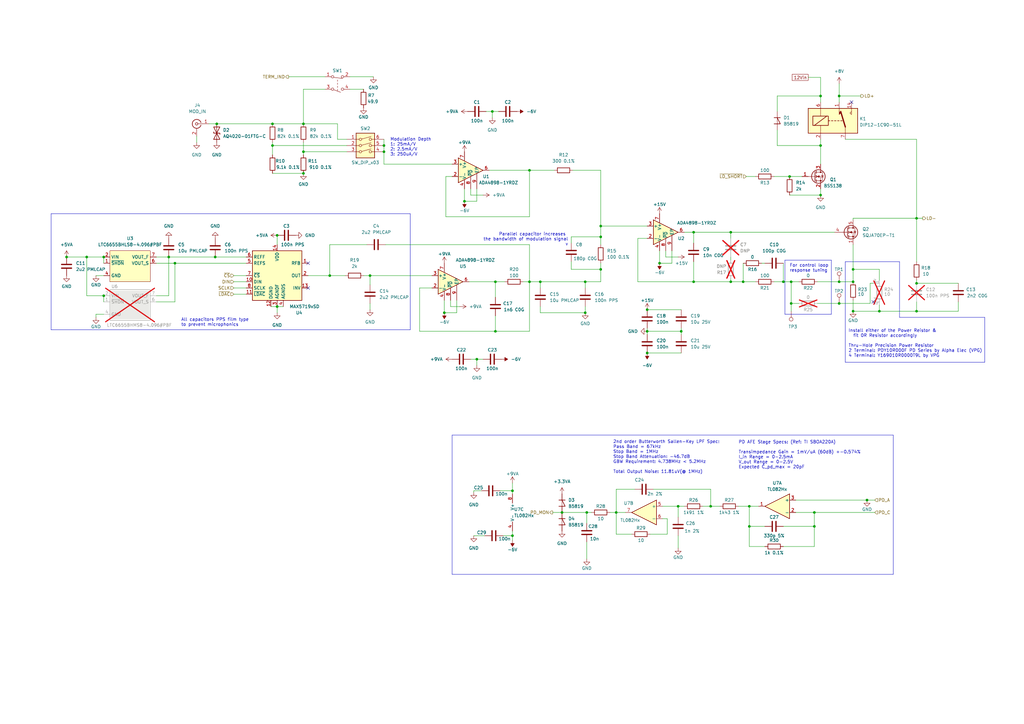
<source format=kicad_sch>
(kicad_sch (version 20230121) (generator eeschema)
  (paper "A3")
  (title_block (title "driveStage") (date "2023-11-27") (rev "r0_3") (company "M-Labs Limited") (comment 1 "Linus Woo Chun Kit"))
  (junction (at 270.51 107.95))
  (junction (at 124.46 71.12))
  (junction (at 217.17 69.85))
  (junction (at 265.43 135.89))
  (junction (at 203.2 115.57))
  (junction (at 324.485 124.46))
  (junction (at 113.665 96.52))
  (junction (at 360.68 127.635))
  (junction (at 375.92 89.535))
  (junction (at 334.01 210.185))
  (junction (at 210.185 201.295))
  (junction (at 88.9 50.8))
  (junction (at 201.93 45.72))
  (junction (at 240.03 115.57))
  (junction (at 344.17 115.57))
  (junction (at 195.58 147.32))
  (junction (at 299.72 115.57))
  (junction (at 265.43 127))
  (junction (at 252.73 210.185))
  (junction (at 349.885 115.57))
  (junction (at 182.245 128.27))
  (junction (at 124.46 50.8))
  (junction (at 336.55 39.37))
  (junction (at 355.6 205.105))
  (junction (at 217.17 115.57))
  (junction (at 307.34 207.645))
  (junction (at 221.615 115.57))
  (junction (at 334.01 215.9))
  (junction (at 190.5 82.55))
  (junction (at 324.485 115.57))
  (junction (at 35.56 105.41))
  (junction (at 42.545 121.285))
  (junction (at 69.215 105.41))
  (junction (at 135.255 113.03))
  (junction (at 336.55 80.01))
  (junction (at 349.885 110.49))
  (junction (at 299.72 95.25))
  (junction (at 284.48 95.25))
  (junction (at 111.76 50.8))
  (junction (at 157.48 62.23))
  (junction (at 88.265 105.41))
  (junction (at 151.765 113.03))
  (junction (at 279.4 135.89))
  (junction (at 210.185 219.71))
  (junction (at 246.38 110.49))
  (junction (at 246.38 92.71))
  (junction (at 42.545 105.41))
  (junction (at 71.755 107.95))
  (junction (at 349.885 127.635))
  (junction (at 265.43 144.78))
  (junction (at 291.465 207.645))
  (junction (at 278.13 207.645))
  (junction (at 240.03 128.27))
  (junction (at 111.76 59.69))
  (junction (at 307.34 215.9))
  (junction (at 336.55 59.69))
  (junction (at 246.38 97.155))
  (junction (at 344.17 39.37))
  (junction (at 230.505 210.185))
  (junction (at 304.8 115.57))
  (junction (at 203.2 135.89))
  (junction (at 124.46 62.23))
  (junction (at 113.665 125.73))
  (junction (at 375.92 127.635))
  (junction (at 157.48 59.69))
  (junction (at 344.17 124.46))
  (junction (at 375.92 116.205))
  (junction (at 240.665 210.185))
  (junction (at 284.48 115.57))
  (junction (at 27.305 105.41))
  (junction (at 323.85 72.39))
  (junction (at 321.31 115.57))
  (no_connect (at 358.14 123.825))
  (no_connect (at 349.25 41.91))
  (no_connect (at 126.365 118.11))
  (no_connect (at 126.365 107.95))
  (wire (pts (xy 151.765 124.46) (xy 151.765 127)))
  (wire (pts (xy 95.885 113.03) (xy 100.965 113.03)))
  (wire (pts (xy 360.68 114.935) (xy 360.68 110.49)))
  (wire (pts (xy 42.545 105.41) (xy 42.545 107.95)))
  (wire (pts (xy 323.85 72.39) (xy 328.93 72.39)))
  (wire (pts (xy 217.17 115.57) (xy 221.615 115.57)))
  (wire (pts (xy 259.08 219.075) (xy 252.73 219.075)))
  (wire (pts (xy 360.68 110.49) (xy 349.885 110.49)))
  (wire (pts (xy 111.76 71.12) (xy 124.46 71.12)))
  (wire (pts (xy 335.28 124.46) (xy 344.17 124.46)))
  (wire (pts (xy 334.01 210.185) (xy 358.775 210.185)))
  (wire (pts (xy 313.69 224.155) (xy 307.34 224.155)))
  (wire (pts (xy 234.315 107.315) (xy 234.315 110.49)))
  (wire (pts (xy 318.77 59.69) (xy 336.55 59.69)))
  (wire (pts (xy 324.485 127.635) (xy 324.485 124.46)))
  (wire (pts (xy 271.78 212.725) (xy 273.685 212.725)))
  (wire (pts (xy 240.03 115.57) (xy 246.38 115.57)))
  (wire (pts (xy 265.43 135.89) (xy 265.43 137.16)))
  (wire (pts (xy 349.885 90.17) (xy 349.885 89.535)))
  (wire (pts (xy 210.185 219.71) (xy 210.185 221.615)))
  (wire (pts (xy 42.545 121.285) (xy 35.56 121.285)))
  (wire (pts (xy 331.47 31.75) (xy 336.55 31.75)))
  (wire (pts (xy 240.665 210.185) (xy 242.57 210.185)))
  (wire (pts (xy 158.115 100.33) (xy 217.17 100.33)))
  (wire (pts (xy 138.43 57.15) (xy 142.24 57.15)))
  (wire (pts (xy 288.29 207.645) (xy 291.465 207.645)))
  (wire (pts (xy 80.645 58.42) (xy 80.645 55.88)))
  (wire (pts (xy 240.03 118.11) (xy 240.03 115.57)))
  (wire (pts (xy 284.48 95.25) (xy 284.48 99.695)))
  (wire (pts (xy 280.67 95.25) (xy 284.48 95.25)))
  (wire (pts (xy 184.785 125.73) (xy 188.595 125.73)))
  (wire (pts (xy 336.55 31.75) (xy 336.55 39.37)))
  (wire (pts (xy 349.885 127.635) (xy 349.885 123.19)))
  (wire (pts (xy 124.46 58.42) (xy 124.46 62.23)))
  (wire (pts (xy 246.38 107.95) (xy 246.38 110.49)))
  (wire (pts (xy 375.92 114.935) (xy 375.92 116.205)))
  (wire (pts (xy 299.72 95.25) (xy 342.265 95.25)))
  (wire (pts (xy 85.725 50.8) (xy 88.9 50.8)))
  (polyline (pts (xy 321.945 128.905) (xy 340.995 128.905)))
  (wire (pts (xy 95.885 118.11) (xy 100.965 118.11)))
  (wire (pts (xy 234.315 110.49) (xy 246.38 110.49)))
  (wire (pts (xy 349.885 110.49) (xy 349.885 115.57)))
  (wire (pts (xy 252.73 200.66) (xy 252.73 210.185)))
  (wire (pts (xy 35.56 105.41) (xy 42.545 105.41)))
  (wire (pts (xy 157.48 59.69) (xy 157.48 62.23)))
  (wire (pts (xy 206.375 219.71) (xy 210.185 219.71)))
  (wire (pts (xy 273.05 105.41) (xy 278.13 105.41)))
  (wire (pts (xy 234.315 97.155) (xy 246.38 97.155)))
  (polyline (pts (xy 321.945 106.68) (xy 340.995 106.68)))
  (wire (pts (xy 318.77 53.34) (xy 318.77 59.69)))
  (wire (pts (xy 157.48 57.15) (xy 157.48 59.69)))
  (wire (pts (xy 299.72 105.41) (xy 299.72 106.68)))
  (wire (pts (xy 95.885 115.57) (xy 100.965 115.57)))
  (wire (pts (xy 356.87 116.205) (xy 358.14 116.205)))
  (wire (pts (xy 111.76 58.42) (xy 111.76 59.69)))
  (wire (pts (xy 200.66 69.85) (xy 217.17 69.85)))
  (polyline (pts (xy 346.71 107.315) (xy 346.71 148.59)))
  (wire (pts (xy 201.93 45.72) (xy 201.93 48.26)))
  (wire (pts (xy 326.39 210.185) (xy 334.01 210.185)))
  (wire (pts (xy 306.07 72.39) (xy 309.88 72.39)))
  (wire (pts (xy 221.615 115.57) (xy 240.03 115.57)))
  (wire (pts (xy 267.97 200.66) (xy 291.465 200.66)))
  (wire (pts (xy 349.885 127.635) (xy 360.68 127.635)))
  (wire (pts (xy 217.17 88.9) (xy 217.17 69.85)))
  (wire (pts (xy 39.37 113.03) (xy 42.545 113.03)))
  (wire (pts (xy 210.185 198.12) (xy 210.185 201.295)))
  (wire (pts (xy 252.73 210.185) (xy 256.54 210.185)))
  (wire (pts (xy 138.43 50.8) (xy 138.43 57.15)))
  (wire (pts (xy 151.765 113.03) (xy 177.165 113.03)))
  (wire (pts (xy 157.48 62.23) (xy 157.48 67.31)))
  (wire (pts (xy 203.2 135.89) (xy 217.17 135.89)))
  (wire (pts (xy 149.225 113.03) (xy 151.765 113.03)))
  (wire (pts (xy 349.885 100.33) (xy 349.885 110.49)))
  (wire (pts (xy 299.72 95.25) (xy 299.72 97.79)))
  (wire (pts (xy 217.17 135.89) (xy 217.17 115.57)))
  (wire (pts (xy 375.92 89.535) (xy 349.885 89.535)))
  (wire (pts (xy 240.03 128.27) (xy 240.03 125.73)))
  (wire (pts (xy 64.135 107.95) (xy 71.755 107.95)))
  (wire (pts (xy 360.68 125.095) (xy 360.68 127.635)))
  (wire (pts (xy 336.55 57.15) (xy 336.55 59.69)))
  (wire (pts (xy 124.46 62.23) (xy 142.24 62.23)))
  (wire (pts (xy 214.63 115.57) (xy 217.17 115.57)))
  (wire (pts (xy 278.13 212.09) (xy 278.13 207.645)))
  (wire (pts (xy 279.4 135.89) (xy 265.43 135.89)))
  (wire (pts (xy 375.92 127.635) (xy 375.92 123.825)))
  (wire (pts (xy 201.93 45.72) (xy 204.47 45.72)))
  (wire (pts (xy 324.485 115.57) (xy 324.485 124.46)))
  (wire (pts (xy 172.085 118.11) (xy 172.085 135.89)))
  (wire (pts (xy 307.34 215.9) (xy 307.34 224.155)))
  (wire (pts (xy 195.58 82.55) (xy 195.58 77.47)))
  (wire (pts (xy 190.5 77.47) (xy 190.5 82.55)))
  (wire (pts (xy 187.325 128.27) (xy 187.325 123.19)))
  (wire (pts (xy 291.465 200.66) (xy 291.465 207.645)))
  (wire (pts (xy 135.255 100.33) (xy 135.255 113.03)))
  (wire (pts (xy 39.37 128.905) (xy 39.37 130.175)))
  (wire (pts (xy 150.495 100.33) (xy 135.255 100.33)))
  (polyline (pts (xy 20.955 87.63) (xy 168.275 87.63)))
  (wire (pts (xy 284.48 115.57) (xy 261.62 115.57)))
  (wire (pts (xy 266.7 219.075) (xy 273.685 219.075)))
  (wire (pts (xy 271.78 207.645) (xy 278.13 207.645)))
  (wire (pts (xy 71.755 107.95) (xy 100.965 107.95)))
  (wire (pts (xy 195.58 147.32) (xy 198.12 147.32)))
  (wire (pts (xy 88.9 50.8) (xy 111.76 50.8)))
  (wire (pts (xy 246.38 97.155) (xy 246.38 100.33)))
  (wire (pts (xy 304.8 107.95) (xy 304.8 115.57)))
  (wire (pts (xy 193.04 77.47) (xy 193.04 80.01)))
  (wire (pts (xy 111.76 50.8) (xy 124.46 50.8)))
  (polyline (pts (xy 368.935 130.175) (xy 368.935 107.315)))
  (wire (pts (xy 336.55 39.37) (xy 336.55 41.91)))
  (wire (pts (xy 190.5 82.55) (xy 195.58 82.55)))
  (wire (pts (xy 193.04 147.32) (xy 195.58 147.32)))
  (wire (pts (xy 326.39 205.105) (xy 355.6 205.105)))
  (wire (pts (xy 321.31 115.57) (xy 324.485 115.57)))
  (wire (pts (xy 240.665 222.25) (xy 240.665 229.235)))
  (wire (pts (xy 246.38 69.85) (xy 246.38 92.71)))
  (wire (pts (xy 270.51 107.95) (xy 275.59 107.95)))
  (wire (pts (xy 199.39 45.72) (xy 201.93 45.72)))
  (wire (pts (xy 344.17 39.37) (xy 344.17 41.91)))
  (wire (pts (xy 185.42 72.39) (xy 182.88 72.39)))
  (wire (pts (xy 35.56 121.285) (xy 35.56 105.41)))
  (wire (pts (xy 230.505 210.185) (xy 240.665 210.185)))
  (polyline (pts (xy 340.995 128.905) (xy 340.995 106.68)))
  (wire (pts (xy 143.51 31.496) (xy 153.162 31.496)))
  (wire (pts (xy 172.085 135.89) (xy 203.2 135.89)))
  (wire (pts (xy 184.785 123.19) (xy 184.785 125.73)))
  (wire (pts (xy 126.365 113.03) (xy 135.255 113.03)))
  (wire (pts (xy 393.065 127.635) (xy 393.065 123.825)))
  (wire (pts (xy 324.485 115.57) (xy 327.66 115.57)))
  (wire (pts (xy 124.46 36.576) (xy 124.46 50.8)))
  (wire (pts (xy 291.465 207.645) (xy 295.275 207.645)))
  (wire (pts (xy 317.5 115.57) (xy 321.31 115.57)))
  (wire (pts (xy 375.92 57.15) (xy 346.71 57.15)))
  (wire (pts (xy 250.19 210.185) (xy 252.73 210.185)))
  (wire (pts (xy 334.01 210.185) (xy 334.01 215.9)))
  (wire (pts (xy 143.51 36.576) (xy 149.098 36.576)))
  (wire (pts (xy 42.545 128.905) (xy 39.37 128.905)))
  (wire (pts (xy 234.95 69.85) (xy 246.38 69.85)))
  (wire (pts (xy 360.68 127.635) (xy 375.92 127.635)))
  (wire (pts (xy 344.17 115.57) (xy 349.885 115.57)))
  (wire (pts (xy 278.13 224.79) (xy 278.13 219.71)))
  (wire (pts (xy 27.305 105.41) (xy 35.56 105.41)))
  (wire (pts (xy 64.135 121.285) (xy 69.215 121.285)))
  (wire (pts (xy 378.46 89.535) (xy 375.92 89.535)))
  (wire (pts (xy 318.77 39.37) (xy 336.55 39.37)))
  (wire (pts (xy 302.895 207.645) (xy 307.34 207.645)))
  (wire (pts (xy 182.245 128.27) (xy 187.325 128.27)))
  (wire (pts (xy 124.46 62.23) (xy 124.46 63.5)))
  (wire (pts (xy 284.48 95.25) (xy 299.72 95.25)))
  (wire (pts (xy 270.51 102.87) (xy 270.51 107.95)))
  (polyline (pts (xy 20.955 87.63) (xy 20.955 135.255)))
  (wire (pts (xy 111.76 59.69) (xy 142.24 59.69)))
  (wire (pts (xy 375.92 116.205) (xy 393.065 116.205)))
  (wire (pts (xy 252.73 210.185) (xy 252.73 219.075)))
  (wire (pts (xy 261.62 115.57) (xy 261.62 97.79)))
  (wire (pts (xy 113.665 96.52) (xy 113.665 100.33)))
  (wire (pts (xy 273.685 212.725) (xy 273.685 219.075)))
  (wire (pts (xy 273.05 102.87) (xy 273.05 105.41)))
  (wire (pts (xy 157.48 67.31) (xy 185.42 67.31)))
  (wire (pts (xy 226.695 210.185) (xy 230.505 210.185)))
  (polyline (pts (xy 403.86 130.175) (xy 368.935 130.175)))
  (polyline (pts (xy 321.945 106.68) (xy 321.945 128.905)))
  (wire (pts (xy 217.17 69.85) (xy 227.33 69.85)))
  (wire (pts (xy 336.55 59.69) (xy 336.55 67.31)))
  (wire (pts (xy 321.31 224.155) (xy 334.01 224.155)))
  (wire (pts (xy 304.8 115.57) (xy 309.88 115.57)))
  (wire (pts (xy 194.31 201.93) (xy 194.31 201.295)))
  (wire (pts (xy 344.17 39.37) (xy 353.06 39.37)))
  (wire (pts (xy 284.48 115.57) (xy 299.72 115.57)))
  (wire (pts (xy 42.545 121.285) (xy 42.545 123.825)))
  (wire (pts (xy 64.135 123.825) (xy 71.755 123.825)))
  (wire (pts (xy 307.34 207.645) (xy 311.15 207.645)))
  (wire (pts (xy 182.88 88.9) (xy 217.17 88.9)))
  (wire (pts (xy 111.125 125.73) (xy 113.665 125.73)))
  (wire (pts (xy 246.38 92.71) (xy 265.43 92.71)))
  (wire (pts (xy 375.92 89.535) (xy 375.92 107.315)))
  (wire (pts (xy 95.885 120.65) (xy 100.965 120.65)))
  (wire (pts (xy 318.77 45.72) (xy 318.77 39.37)))
  (wire (pts (xy 135.255 113.03) (xy 141.605 113.03)))
  (wire (pts (xy 356.87 116.205) (xy 356.87 124.46)))
  (wire (pts (xy 375.92 127.635) (xy 393.065 127.635)))
  (wire (pts (xy 193.04 80.01) (xy 198.12 80.01)))
  (wire (pts (xy 246.38 92.71) (xy 246.38 97.155)))
  (polyline (pts (xy 20.955 135.255) (xy 168.275 135.255)))
  (wire (pts (xy 210.185 201.295) (xy 210.185 202.565)))
  (wire (pts (xy 194.31 201.295) (xy 197.485 201.295)))
  (wire (pts (xy 221.615 125.73) (xy 221.615 128.27)))
  (wire (pts (xy 299.72 114.3) (xy 299.72 115.57)))
  (wire (pts (xy 375.92 57.15) (xy 375.92 89.535)))
  (wire (pts (xy 71.755 123.825) (xy 71.755 107.95)))
  (wire (pts (xy 182.245 123.19) (xy 182.245 128.27)))
  (wire (pts (xy 221.615 118.11) (xy 221.615 115.57)))
  (wire (pts (xy 133.35 36.576) (xy 124.46 36.576)))
  (wire (pts (xy 321.31 107.95) (xy 321.31 115.57)))
  (wire (pts (xy 203.2 129.54) (xy 203.2 135.89)))
  (wire (pts (xy 205.105 201.295) (xy 210.185 201.295)))
  (wire (pts (xy 279.4 134.62) (xy 279.4 135.89)))
  (wire (pts (xy 69.215 105.41) (xy 88.265 105.41)))
  (wire (pts (xy 344.17 34.29) (xy 344.17 39.37)))
  (wire (pts (xy 312.42 107.95) (xy 313.69 107.95)))
  (wire (pts (xy 246.38 110.49) (xy 246.38 115.57)))
  (wire (pts (xy 69.215 121.285) (xy 69.215 105.41)))
  (wire (pts (xy 324.485 124.46) (xy 327.66 124.46)))
  (wire (pts (xy 323.85 80.01) (xy 336.55 80.01)))
  (wire (pts (xy 111.76 59.69) (xy 111.76 63.5)))
  (wire (pts (xy 335.28 115.57) (xy 344.17 115.57)))
  (wire (pts (xy 113.665 125.73) (xy 113.665 128.27)))
  (wire (pts (xy 217.17 100.33) (xy 217.17 115.57)))
  (wire (pts (xy 279.4 135.89) (xy 279.4 137.16)))
  (wire (pts (xy 210.185 217.805) (xy 210.185 219.71)))
  (wire (pts (xy 151.765 113.03) (xy 151.765 116.84)))
  (wire (pts (xy 124.46 50.8) (xy 138.43 50.8)))
  (wire (pts (xy 355.6 205.105) (xy 358.775 205.105)))
  (wire (pts (xy 203.2 115.57) (xy 207.01 115.57)))
  (wire (pts (xy 240.665 214.63) (xy 240.665 210.185)))
  (wire (pts (xy 336.55 77.47) (xy 336.55 80.01)))
  (wire (pts (xy 321.31 215.9) (xy 334.01 215.9)))
  (wire (pts (xy 307.34 207.645) (xy 307.34 215.9)))
  (wire (pts (xy 317.5 72.39) (xy 323.85 72.39)))
  (wire (pts (xy 177.165 118.11) (xy 172.085 118.11)))
  (wire (pts (xy 194.31 219.71) (xy 198.755 219.71)))
  (wire (pts (xy 265.43 134.62) (xy 265.43 135.89)))
  (wire (pts (xy 221.615 128.27) (xy 240.03 128.27)))
  (wire (pts (xy 265.43 127) (xy 279.4 127)))
  (wire (pts (xy 260.35 200.66) (xy 252.73 200.66)))
  (polyline (pts (xy 346.71 148.59) (xy 403.86 148.59)))
  (wire (pts (xy 203.2 115.57) (xy 203.2 121.92)))
  (wire (pts (xy 265.43 144.78) (xy 279.4 144.78)))
  (wire (pts (xy 278.13 207.645) (xy 280.67 207.645)))
  (wire (pts (xy 192.405 115.57) (xy 203.2 115.57)))
  (wire (pts (xy 64.135 105.41) (xy 69.215 105.41)))
  (wire (pts (xy 344.17 124.46) (xy 356.87 124.46)))
  (wire (pts (xy 118.364 31.496) (xy 133.35 31.496)))
  (wire (pts (xy 275.59 107.95) (xy 275.59 102.87)))
  (wire (pts (xy 284.48 107.315) (xy 284.48 115.57)))
  (wire (pts (xy 195.58 147.32) (xy 195.58 149.86)))
  (wire (pts (xy 299.72 115.57) (xy 304.8 115.57)))
  (polyline (pts (xy 168.275 135.255) (xy 168.275 87.63)))
  (wire (pts (xy 88.265 105.41) (xy 100.965 105.41)))
  (polyline (pts (xy 403.86 148.59) (xy 403.86 130.175)))
  (wire (pts (xy 234.315 99.695) (xy 234.315 97.155)))
  (polyline (pts (xy 346.71 107.315) (xy 368.935 107.315)))
  (wire (pts (xy 113.665 125.73) (xy 116.205 125.73)))
  (wire (pts (xy 182.88 72.39) (xy 182.88 88.9)))
  (wire (pts (xy 261.62 97.79) (xy 265.43 97.79)))
  (wire (pts (xy 334.01 215.9) (xy 334.01 224.155)))
  (wire (pts (xy 313.69 215.9) (xy 307.34 215.9)))
  (rectangle (start 185.42 178.435) (end 366.395 235.585))
  (text "All capacitors PPS film type\nto prevent microphonics " (at 74.295 133.985 0) (effects (font (size 1.27 1.27)) (justify left bottom)))
  (text "For control loop\nresponse tuning" (at 323.85 111.76 0) (effects (font (size 1.27 1.27)) (justify left bottom)))
  (text "Install either of the Power Reistor & \n  fit 0R Resistor accordingly\n\nThru-Hole Precision Power Resistor\n2 Terminal: PDY10R000F PD Series by Alpha Elec (VPG)\n4 Terminal: Y169010R0000T9L by VPG" (at 347.98 146.685 0) (effects (font (size 1.27 1.27)) (justify left bottom)))
  (text "PD AFE Stage Specs: (Ref: TI SBOA220A)\n\nTransimpedance Gain = 1mV/uA (60dB) +-0.574%\nI_in Range = 0-2.5mA\nV_out Range = 0-2.5V\nExpected C_pd_max = 20pF" (at 302.895 192.405 0) (effects (font (size 1.27 1.27)) (justify left bottom)))
  (text "Modulation Depth\n1: 25mA/V\n2: 2.5mA/V\n3: 250uA/V" (at 160.02 64.135 0) (effects (font (size 1.27 1.27)) (justify left bottom)))
  (text "\n2nd order Butterworth Sallen-Key LPF Spec:\nPass Band = 67kHz\nStop Band = 1MHz\nStop Band Attenuation: -46.7dB\nGBW Requirement: 4.738MHz < 5.2MHz\n\nTotal Output Noise: 11.81uV(@ 1MHz)" (at 251.46 194.31 0) (effects (font (size 1.27 1.27)) (justify left bottom)))
  (text "Parallel capacitor increases \nthe bandwidth of modulation signal\nv" (at 233.045 100.965 0) (effects (font (size 1.27 1.27)) (justify right bottom)))
  (global_label "12Vin" (shape passive) (at 331.47 31.75 180) (property "Intersheetrefs" "${INTERSHEET_REFS}" (effects hide)))
  (hierarchical_label "PD_MON" (shape output) (at 226.695 210.185 180))
  (hierarchical_label "PD_C" (shape input) (at 358.775 210.185 0))
  (hierarchical_label "TERM_IND" (shape output) (at 118.364 31.496 180))
  (hierarchical_label "~{LDAC}" (shape input) (at 95.885 120.65 180))
  (hierarchical_label "~{LD_SHORT}" (shape input) (at 306.07 72.39 180))
  (hierarchical_label "LD+" (shape output) (at 353.06 39.37 0))
  (hierarchical_label "PD_A" (shape input) (at 358.775 205.105 0))
  (hierarchical_label "SCLK" (shape input) (at 95.885 118.11 180))
  (hierarchical_label "DIN" (shape input) (at 95.885 115.57 180))
  (hierarchical_label "LD-" (shape output) (at 378.46 89.535 0))
  (hierarchical_label "~{CS}" (shape input) (at 95.885 113.03 180))
  (symbol (lib_id "Connector:TestPoint") (at 344.17 115.57 0) (unit 1)
    (property "Reference" "TP1" (at 342.265 110.49 0) (effects (justify left)))
    (property "Value" "TestPoint" (effects hide))
    (property "Footprint" "TestPoint:TestPoint_Pad_1.0x1.0mm" (effects hide))
  )
  (symbol (lib_id "Device:R") (at 299.72 110.49 180) (unit 1) (dnp yes)
    (property "Reference" "R17" (at 295.91 111.76 0))
    (property "Value" "DNP" (at 295.91 109.22 0))
    (property "Footprint" "Resistor_SMD:R_0603_1608Metric" (effects hide))
  )
  (symbol (lib_id "kirdy:R_Y169010R0000T9L") (at 360.68 120.015 0) (mirror y) (unit 1) (dnp yes)
    (property "Reference" "R24" (at 362.585 118.745 0) (effects (justify right)))
    (property "Value" "10" (at 362.585 120.65 0) (effects (justify right)))
    (property "Footprint" "Package_TO_SOT_THT:TO-220F-4_Horizontal_TabDown" (effects hide))
    (property "Datasheet" "https://www.mouser.hk/datasheet/2/428/vpr22021-3247675.pdf" (effects hide))
    (property "MFR_PN" "Y169010R0000T9L" (effects hide))
    (property "Comment" " See schematics for Instruction if part is not available" (effects hide))
  )
  (symbol (lib_id "Device:R") (at 284.48 207.645 90) (unit 1)
    (property "Reference" "R26" (at 284.48 205.105 90))
    (property "Value" "1k91 1%" (at 284.48 210.185 90))
    (property "Footprint" "Resistor_SMD:R_0603_1608Metric" (effects hide))
    (property "MFR_PN" "ERJ-3EKF1911V" (effects hide))
  )
  (symbol (lib_id "Device:C") (at 264.16 200.66 270) (unit 1)
    (property "Reference" "C24" (at 262.255 196.85 90))
    (property "Value" "2n 2%" (at 268.605 202.565 90))
    (property "Footprint" "Capacitor_SMD:C_0603_1608Metric" (effects hide))
    (property "MFR_PN" "GCM1885C1H202GA16D" (effects hide))
  )
  (symbol (lib_id "power:GND") (at 39.37 130.175 0) (mirror y) (unit 1)
    (property "Reference" "#PWR042" (effects hide))
    (property "Value" "GND" (at 39.37 133.985 0))
  )
  (symbol (lib_id "Device:R") (at 323.85 76.2 180) (unit 1)
    (property "Reference" "R14" (at 326.39 74.9299 0) (effects (justify right)))
    (property "Value" "2k" (at 326.39 77.4699 0) (effects (justify right)))
    (property "Footprint" "Resistor_SMD:R_0603_1608Metric" (effects hide))
    (property "MFR_PN" "RC0603FR-072KL" (effects hide))
    (property "MFR_PN_ALT" "ERJ-3EKF2001V" (effects hide))
  )
  (symbol (lib_id "power:GND") (at 336.55 80.01 0) (unit 1)
    (property "Reference" "#PWR022" (effects hide))
    (property "Value" "GND" (at 336.55 85.09 0))
  )
  (symbol (lib_id "power:-6V") (at 212.09 45.72 270) (unit 1)
    (property "Reference" "#PWR015" (effects hide))
    (property "Value" "-6V" (at 215.9 45.7199 90) (effects (justify left)))
  )
  (symbol (lib_id "Device:C") (at 154.305 100.33 90) (unit 1)
    (property "Reference" "C4" (at 154.305 92.71 90))
    (property "Value" "2u2 PMLCAP" (at 154.305 95.25 90))
    (property "Footprint" "Capacitor_SMD:C_1812_4532Metric" (effects hide))
    (property "MFR_PN" "35MU225MC14532" (effects hide))
  )
  (symbol (lib_id "kirdy:LTC6655") (at 52.705 126.365 0) (unit 1) (dnp yes)
    (property "Reference" "U6" (at 46.99 117.475 0))
    (property "Value" "LTC6655BHMS8-4.096#PBF" (at 57.15 133.35 0))
    (property "Footprint" "kirdy:SOP65P490X110-8N" (effects hide))
    (property "Datasheet" "https://www.analog.com/media/en/technical-documentation/data-sheets/ltc6655-6655ln.pdf" (effects hide))
    (property "MFR_PN" "LTC6655BHMS8-4.096#PBF" (effects hide))
  )
  (symbol (lib_id "power:+15V") (at 265.43 127 0) (unit 1)
    (property "Reference" "#PWR037" (effects hide))
    (property "Value" "+15V" (at 265.43 123.19 0))
  )
  (symbol (lib_id "Device:R") (at 331.47 115.57 90) (unit 1)
    (property "Reference" "R22" (at 331.47 118.11 90))
    (property "Value" "0" (at 331.47 113.03 90))
    (property "Footprint" "Resistor_SMD:R_0603_1608Metric" (effects hide))
    (property "MFR_PN" "RMCF0603ZT0R00" (effects hide))
    (property "MFR_PN_ALT" "CR0603-J/-000ELF" (effects hide))
  )
  (symbol (lib_id "power:-6V") (at 205.74 147.32 270) (unit 1)
    (property "Reference" "#PWR046" (effects hide))
    (property "Value" "-6V" (at 209.55 147.3199 90) (effects (justify left)))
  )
  (symbol (lib_id "Device:D_Shockley") (at 230.505 206.375 270) (unit 1)
    (property "Reference" "D3" (at 233.045 205.1049 90) (effects (justify left)))
    (property "Value" "B5819" (at 233.045 207.6449 90) (effects (justify left)))
    (property "Footprint" "Diode_SMD:D_SOD-323" (effects hide))
    (property "MFR_PN" "B5819WS-TP" (effects hide))
  )
  (symbol (lib_id "power:GND") (at 194.31 201.93 0) (unit 1)
    (property "Reference" "#PWR049" (effects hide))
    (property "Value" "GND" (at 194.31 207.01 0))
  )
  (symbol (lib_id "Device:C") (at 208.28 45.72 90) (unit 1)
    (property "Reference" "C2" (at 208.28 41.91 90))
    (property "Value" "100n" (at 208.28 49.53 90))
    (property "Footprint" "Capacitor_SMD:C_0603_1608Metric" (effects hide))
    (property "MFR_PN" "CL10B104KB8NNWC" (effects hide))
    (property "MFR_PN_ALT" "CL10B104KB8NNNL" (effects hide))
  )
  (symbol (lib_id "power:GND") (at 39.37 113.03 0) (mirror y) (unit 1)
    (property "Reference" "#PWR034" (effects hide))
    (property "Value" "GND" (at 39.37 116.84 0))
  )
  (symbol (lib_id "Device:R") (at 349.885 119.38 0) (mirror x) (unit 1)
    (property "Reference" "R23" (at 351.79 118.745 0) (effects (justify left)))
    (property "Value" "10" (at 351.79 120.65 0) (effects (justify left)))
    (property "Footprint" "Package_TO_SOT_THT:TO-220-2_Horizontal_TabDown" (effects hide))
    (property "Datasheet" "https://www.alpha-elec.co.jp/w2img/2022100715510167015-PD(EN)_final_10Jan2018.pdf" (effects hide))
    (property "MFR_PN" "PDY10R000F" (effects hide))
    (property "Comment" " See schematics for Instruction if part is not available" (effects hide))
  )
  (symbol (lib_id "Relay:DIPxx-1Cxx-51x") (at 341.63 49.53 0) (unit 1)
    (property "Reference" "K1" (at 352.552 48.6953 0) (effects (justify left)))
    (property "Value" "DIP12-1C90-51L" (at 352.552 51.2322 0) (effects (justify left)))
    (property "Footprint" "Relay_THT:Relay_StandexMeder_DIP_LowProfile" (effects hide))
    (property "Datasheet" "https://standexelectronics.com/wp-content/uploads/datasheet_reed_relay_DIP.pdf" (effects hide))
    (property "MFR_PN" "DIP12-1C90-51L" (effects hide))
  )
  (symbol (lib_id "Device:C") (at 278.13 215.9 180) (unit 1)
    (property "Reference" "C26" (at 283.21 214.63 0))
    (property "Value" "1n 2%" (at 283.845 217.805 0))
    (property "Footprint" "Capacitor_SMD:C_0603_1608Metric" (effects hide))
    (property "MFR_PN" "0603N102G250CT" (effects hide))
  )
  (symbol (lib_id "power:+5VA") (at 27.305 105.41 0) (unit 1)
    (property "Reference" "#PWR029" (effects hide))
    (property "Value" "+5VA" (at 27.305 100.33 0))
  )
  (symbol (lib_id "Device:C") (at 279.4 140.97 0) (unit 1)
    (property "Reference" "C21" (at 283.21 139.7 0) (effects (justify left)))
    (property "Value" "10u 25V" (at 283.21 142.24 0) (effects (justify left)))
    (property "Footprint" "Capacitor_SMD:C_0805_2012Metric" (effects hide))
    (property "MFR_PN" "GRM21BZ71E106KE15K" (effects hide))
    (property "MFR_PN_ALT" "GRM21BZ71E106KE15L" (effects hide))
  )
  (symbol (lib_id "Device:C") (at 69.215 101.6 0) (unit 1)
    (property "Reference" "C5" (at 73.025 100.33 0) (effects (justify left)))
    (property "Value" "10u PMLCAP" (at 73.025 102.87 0) (effects (justify left)))
    (property "Footprint" "Capacitor_SMD:C_1812_4532Metric" (effects hide))
    (property "MFR_PN" "16MU106MC44532" (effects hide))
  )
  (symbol (lib_id "Connector:TestPoint") (at 324.485 127.635 180) (unit 1)
    (property "Reference" "TP3" (at 327.025 133.985 0) (effects (justify left)))
    (property "Value" "TestPoint" (effects hide))
    (property "Footprint" "TestPoint:TestPoint_Pad_1.0x1.0mm" (effects hide))
  )
  (symbol (lib_id "Device:C") (at 299.72 101.6 0) (unit 1) (dnp yes)
    (property "Reference" "C7" (at 303.53 100.3299 0) (effects (justify left)))
    (property "Value" "DNP" (at 303.53 102.8699 0) (effects (justify left)))
    (property "Footprint" "Capacitor_SMD:C_0603_1608Metric" (effects hide))
  )
  (symbol (lib_id "Device:R") (at 313.69 115.57 90) (unit 1)
    (property "Reference" "R21" (at 313.69 118.11 90))
    (property "Value" "100" (at 313.69 113.03 90))
    (property "Footprint" "Resistor_SMD:R_0603_1608Metric" (effects hide))
    (property "MFR_PN" "WR06X1000FTL" (effects hide))
    (property "MFR_PN_ALT" "RMCF0603FT100R" (effects hide))
  )
  (symbol (lib_id "Device:R") (at 375.92 111.125 180) (unit 1)
    (property "Reference" "R18" (at 379.73 109.855 0))
    (property "Value" "10" (at 379.73 112.395 0))
    (property "Footprint" "Resistor_SMD:R_0603_1608Metric" (effects hide))
    (property "MFR_PN" "RT0603BRD0710RL" (effects hide))
    (property "MFR_PN_ALT" "WR06X10R0FTL" (effects hide))
  )
  (symbol (lib_id "power:GND") (at 113.665 128.27 0) (unit 1)
    (property "Reference" "#PWR039" (effects hide))
    (property "Value" "GND" (at 113.665 133.35 0))
  )
  (symbol (lib_id "Amplifier_Operational:ADA4898-1YRDZ") (at 273.05 95.25 0) (unit 1)
    (property "Reference" "U2" (at 279.4 97.79 0))
    (property "Value" "ADA4898-1YRDZ" (at 285.75 91.44 0))
    (property "Footprint" "Package_SO:SOIC-8-1EP_3.9x4.9mm_P1.27mm_EP2.29x3mm" (effects hide))
    (property "Datasheet" "https://www.analog.com/media/en/technical-documentation/data-sheets/ada4898-1_4898-2.pdf" (effects hide))
    (property "MFR_PN" "ADA4898-1YRDZ" (effects hide))
  )
  (symbol (lib_id "Device:C") (at 284.48 103.505 0) (unit 1)
    (property "Reference" "C9" (at 288.29 102.2349 0) (effects (justify left)))
    (property "Value" "10n C0G" (at 288.29 104.7749 0) (effects (justify left)))
    (property "Footprint" "Capacitor_SMD:C_0603_1608Metric" (effects hide))
    (property "MFR_PN" "GRM1885C1H103JA01J" (effects hide))
  )
  (symbol (lib_id "power:GND") (at 278.13 224.79 0) (unit 1)
    (property "Reference" "#PWR055" (effects hide))
    (property "Value" "GND" (at 278.13 228.6 0))
  )
  (symbol (lib_id "Device:C") (at 375.92 120.015 0) (unit 1) (dnp yes)
    (property "Reference" "C12" (at 379.73 118.7449 0) (effects (justify left)))
    (property "Value" "100n PPS" (at 379.73 121.2849 0) (effects (justify left)))
    (property "Footprint" "Capacitor_SMD:C_1210_3225Metric" (effects hide))
    (property "MFR_PN" "ECH-U1C104JX5" (effects hide))
  )
  (symbol (lib_id "Device:R") (at 246.38 104.14 180) (unit 1)
    (property "Reference" "R15" (at 248.92 102.87 0) (effects (justify right)))
    (property "Value" "100 0.1%" (at 248.92 105.41 0) (effects (justify right)))
    (property "Footprint" "Resistor_SMD:R_0603_1608Metric" (effects hide))
    (property "MFR_PN" "RN73R1JTTD1000B25" (effects hide))
  )
  (symbol (lib_id "power:GND") (at 121.285 96.52 90) (unit 1)
    (property "Reference" "#PWR026" (effects hide))
    (property "Value" "GND" (at 125.095 96.5199 90) (effects (justify right)))
  )
  (symbol (lib_id "Device:R") (at 111.76 67.31 180) (unit 1)
    (property "Reference" "R10" (at 114.935 66.04 0))
    (property "Value" "9.1k 0.1%" (at 118.11 68.58 0))
    (property "Footprint" "Resistor_SMD:R_0603_1608Metric" (effects hide))
    (property "MFR_PN" "ERA-3AEB912V" (effects hide))
  )
  (symbol (lib_id "power:GND") (at 149.098 44.196 0) (unit 1)
    (property "Reference" "#PWR013" (effects hide))
    (property "Value" "GND" (at 149.098 48.006 0))
  )
  (symbol (lib_id "power:GND") (at 27.305 113.03 0) (unit 1)
    (property "Reference" "#PWR033" (effects hide))
    (property "Value" "GND" (at 27.305 117.475 0))
  )
  (symbol (lib_id "power:GND") (at 69.215 97.79 180) (unit 1)
    (property "Reference" "#PWR027" (effects hide))
    (property "Value" "GND" (at 69.215 92.71 0))
  )
  (symbol (lib_id "power:-6V") (at 210.185 221.615 180) (unit 1)
    (property "Reference" "#PWR054" (effects hide))
    (property "Value" "-6V" (at 210.185 225.425 0))
  )
  (symbol (lib_id "Device:R") (at 149.098 40.386 180) (unit 1)
    (property "Reference" "R7" (at 152.273 39.116 0))
    (property "Value" "49.9" (at 152.908 41.656 0))
    (property "Footprint" "Resistor_SMD:R_0603_1608Metric" (effects hide))
    (property "MFR_PN" "RT0603DRE0749R9L" (effects hide))
  )
  (symbol (lib_id "Device:C") (at 221.615 121.92 0) (unit 1)
    (property "Reference" "C15" (at 225.425 120.65 0) (effects (justify left)))
    (property "Value" "10u PMLCAP" (at 225.425 123.19 0) (effects (justify left)))
    (property "Footprint" "Capacitor_SMD:C_1812_4532Metric" (effects hide))
    (property "MFR_PN" "16MU106MC44532" (effects hide))
  )
  (symbol (lib_id "Device:R") (at 262.89 219.075 90) (unit 1)
    (property "Reference" "R29" (at 262.89 216.535 90))
    (property "Value" "10" (at 262.89 221.615 90))
    (property "Footprint" "Resistor_SMD:R_0603_1608Metric" (effects hide))
    (property "MFR_PN" "RT0603BRD0710RL" (effects hide))
    (property "MFR_PN_ALT" "WR06X10R0FTL" (effects hide))
  )
  (symbol (lib_id "Amplifier_Operational:ADA4898-1YRDZ") (at 184.785 115.57 0) (unit 1)
    (property "Reference" "U5" (at 189.865 109.22 0))
    (property "Value" "ADA4898-1YRDZ" (at 194.945 106.68 0))
    (property "Footprint" "Package_SO:SOIC-8-1EP_3.9x4.9mm_P1.27mm_EP2.29x3mm" (effects hide))
    (property "Datasheet" "https://www.analog.com/media/en/technical-documentation/data-sheets/ada4898-1_4898-2.pdf" (effects hide))
    (property "MFR_PN" "ADA4898-1YRDZ" (effects hide))
  )
  (symbol (lib_id "Device:C") (at 317.5 215.9 90) (unit 1)
    (property "Reference" "C27" (at 317.5 212.09 90))
    (property "Value" "330p 5%" (at 317.5 219.71 90))
    (property "Footprint" "Capacitor_SMD:C_0603_1608Metric" (effects hide))
    (property "MFR_PN" "885012006041" (effects hide))
  )
  (symbol (lib_id "power:GND") (at 265.43 135.89 270) (unit 1)
    (property "Reference" "#PWR043" (effects hide))
    (property "Value" "GND" (at 261.62 135.8899 90) (effects (justify right)))
  )
  (symbol (lib_id "power:GND") (at 194.31 219.71 0) (unit 1)
    (property "Reference" "#PWR053" (effects hide))
    (property "Value" "GND" (at 194.31 224.79 0))
  )
  (symbol (lib_id "Device:C") (at 265.43 140.97 0) (unit 1)
    (property "Reference" "C20" (at 269.24 139.6999 0) (effects (justify left)))
    (property "Value" "100n" (at 269.24 142.2399 0) (effects (justify left)))
    (property "Footprint" "Capacitor_SMD:C_0603_1608Metric" (effects hide))
    (property "MFR_PN" "CL10B104KB8NNWC" (effects hide))
    (property "MFR_PN_ALT" "CL10B104KB8NNNL" (effects hide))
  )
  (symbol (lib_id "power:+9VA") (at 210.185 198.12 0) (unit 1)
    (property "Reference" "#PWR048" (effects hide))
    (property "Value" "+9VA" (at 210.185 194.31 0))
  )
  (symbol (lib_id "power:GND") (at 151.765 127 0) (unit 1)
    (property "Reference" "#PWR036" (effects hide))
    (property "Value" "GND" (at 151.765 132.08 0))
  )
  (symbol (lib_id "Device:R") (at 317.5 224.155 90) (unit 1)
    (property "Reference" "R30" (at 317.5 221.615 90))
    (property "Value" "1k 0.1%" (at 317.5 226.695 90))
    (property "Footprint" "Resistor_SMD:R_0603_1608Metric" (effects hide))
    (property "MFR_PN" "RP0603BRD071KL" (effects hide))
    (property "MFR_PN_ALT" "WR06X1001FTL" (effects hide))
  )
  (symbol (lib_id "Device:R") (at 145.415 113.03 90) (unit 1)
    (property "Reference" "R19" (at 145.415 106.68 90))
    (property "Value" "2k" (at 145.415 109.22 90))
    (property "Footprint" "Resistor_SMD:R_0603_1608Metric" (effects hide))
    (property "MFR_PN" "RC0603FR-072KL" (effects hide))
    (property "MFR_PN_ALT" "ERJ-3EKF2001V" (effects hide))
  )
  (symbol (lib_id "Device:C") (at 203.2 125.73 180) (unit 1)
    (property "Reference" "C17" (at 208.28 124.46 0))
    (property "Value" "1n6 C0G" (at 210.82 127 0))
    (property "Footprint" "Capacitor_SMD:C_0603_1608Metric" (effects hide))
    (property "MFR_PN" "GRM1885C1H162JA01D" (effects hide))
  )
  (symbol (lib_id "Device:C") (at 201.93 147.32 90) (unit 1)
    (property "Reference" "C23" (at 201.93 143.51 90))
    (property "Value" "100n" (at 201.93 151.13 90))
    (property "Footprint" "Capacitor_SMD:C_0603_1608Metric" (effects hide))
    (property "MFR_PN" "CL10B104KB8NNWC" (effects hide))
    (property "MFR_PN_ALT" "CL10B104KB8NNNL" (effects hide))
  )
  (symbol (lib_id "power:+9VA") (at 198.12 80.01 270) (unit 1)
    (property "Reference" "#PWR021" (effects hide))
    (property "Value" "+9VA" (at 201.93 80.0099 90) (effects (justify left)))
  )
  (symbol (lib_id "Device:R") (at 124.46 54.61 0) (unit 1)
    (property "Reference" "R9" (at 127 53.34 0) (effects (justify left)))
    (property "Value" "82k 0.1%" (at 127 55.88 0) (effects (justify left)))
    (property "Footprint" "Resistor_SMD:R_0603_1608Metric" (effects hide))
    (property "MFR_PN" "ERA-3AEB823V" (effects hide))
  )
  (symbol (lib_id "Device:C") (at 317.5 107.95 90) (unit 1)
    (property "Reference" "C10" (at 317.5 100.33 90))
    (property "Value" "100p C0G" (at 317.5 102.87 90))
    (property "Footprint" "Capacitor_SMD:C_0603_1608Metric" (effects hide))
    (property "MFR_PN" "CC0603JRNPO7BN101" (effects hide))
  )
  (symbol (lib_id "power:-6V") (at 182.245 128.27 180) (unit 1)
    (property "Reference" "#PWR040" (effects hide))
    (property "Value" "-6V" (at 182.245 132.08 0))
  )
  (symbol (lib_id "Device:C") (at 202.565 219.71 270) (unit 1)
    (property "Reference" "C29" (at 195.58 218.44 90) (effects (justify left)))
    (property "Value" "100n" (at 204.47 220.98 90) (effects (justify left)))
    (property "Footprint" "Capacitor_SMD:C_0603_1608Metric" (effects hide))
    (property "MFR_PN" "CL10B104KB8NNWC" (effects hide))
    (property "MFR_PN_ALT" "CL10B104KB8NNNL" (effects hide))
  )
  (symbol (lib_id "power:+15V") (at 278.13 105.41 270) (unit 1)
    (property "Reference" "#PWR030" (effects hide))
    (property "Value" "+15V" (at 276.86 107.95 90) (effects (justify left)))
  )
  (symbol (lib_id "Device:C") (at 279.4 130.81 0) (unit 1)
    (property "Reference" "C19" (at 283.21 129.54 0) (effects (justify left)))
    (property "Value" "10u 25V" (at 283.21 132.08 0) (effects (justify left)))
    (property "Footprint" "Capacitor_SMD:C_0805_2012Metric" (effects hide))
    (property "MFR_PN" "GRM21BZ71E106KE15K" (effects hide))
    (property "MFR_PN_ALT" "GRM21BZ71E106KE15L" (effects hide))
  )
  (symbol (lib_id "power:GND") (at 153.162 31.496 0) (unit 1)
    (property "Reference" "#PWR011" (effects hide))
    (property "Value" "GND" (at 153.162 35.941 0))
  )
  (symbol (lib_id "Amplifier_Operational:TL082") (at 318.77 207.645 0) (mirror y) (unit 1)
    (property "Reference" "U7" (at 318.77 198.12 0))
    (property "Value" "TL082Hx" (at 318.77 200.66 0))
    (property "Footprint" "kirdy:SOIC8-TL082Hx" (effects hide))
    (property "Datasheet" "http://www.ti.com/lit/ds/symlink/tl081.pdf" (effects hide))
    (property "MFR_PN" "TL082HIDR" (effects hide))
  )
  (symbol (lib_id "Device:R") (at 308.61 107.95 90) (unit 1)
    (property "Reference" "R16" (at 308.61 110.49 90))
    (property "Value" "0" (at 308.61 105.41 90))
    (property "Footprint" "Resistor_SMD:R_0603_1608Metric" (effects hide))
    (property "MFR_PN" "RMCF0603ZT0R00" (effects hide))
    (property "MFR_PN_ALT" "CR0603-J/-000ELF" (effects hide))
  )
  (symbol (lib_id "power:+9VA") (at 191.77 45.72 90) (unit 1)
    (property "Reference" "#PWR014" (effects hide))
    (property "Value" "+9VA" (at 187.96 45.7199 90) (effects (justify left)))
  )
  (symbol (lib_id "Device:R") (at 313.69 72.39 90) (unit 1)
    (property "Reference" "R13" (at 313.69 74.93 90))
    (property "Value" "100" (at 313.69 69.85 90))
    (property "Footprint" "Resistor_SMD:R_0603_1608Metric" (effects hide))
    (property "MFR_PN" "WR06X1000FTL" (effects hide))
    (property "MFR_PN_ALT" "RMCF0603FT100R" (effects hide))
  )
  (symbol (lib_id "power:+3.3VA") (at 230.505 202.565 0) (unit 1)
    (property "Reference" "#PWR050" (effects hide))
    (property "Value" "+3.3VA" (at 230.505 197.485 0))
  )
  (symbol (lib_id "power:GND") (at 240.665 229.235 0) (unit 1)
    (property "Reference" "#PWR056" (effects hide))
    (property "Value" "GND" (at 240.665 233.045 0))
  )
  (symbol (lib_id "power:GND") (at 124.46 71.12 0) (unit 1)
    (property "Reference" "#PWR020" (effects hide))
    (property "Value" "GND" (at 124.46 75.5634 0))
  )
  (symbol (lib_id "Device:R") (at 231.14 69.85 90) (unit 1)
    (property "Reference" "R12" (at 231.14 63.5 90))
    (property "Value" "300 0.1%" (at 231.14 66.04 90))
    (property "Footprint" "Resistor_SMD:R_0603_1608Metric" (effects hide))
    (property "MFR_PN" "ERA-3AEB301V" (effects hide))
  )
  (symbol (lib_id "Device:R") (at 246.38 210.185 90) (unit 1)
    (property "Reference" "R28" (at 246.38 207.645 90))
    (property "Value" "10" (at 246.38 212.725 90))
    (property "Footprint" "Resistor_SMD:R_0603_1608Metric" (effects hide))
    (property "MFR_PN" "RT0603BRD0710RL" (effects hide))
    (property "MFR_PN_ALT" "WR06X10R0FTL" (effects hide))
  )
  (symbol (lib_id "Device:R") (at 331.47 124.46 90) (unit 1) (dnp yes)
    (property "Reference" "R25" (at 331.47 127 90))
    (property "Value" "0" (at 331.47 121.92 90))
    (property "Footprint" "Resistor_SMD:R_0603_1608Metric" (effects hide))
    (property "MFR_PN" "RMCF0603ZT0R00" (effects hide))
    (property "MFR_PN_ALT" "CR0603-J/-000ELF" (effects hide))
  )
  (symbol (lib_id "power:+9VA") (at 185.42 147.32 90) (unit 1)
    (property "Reference" "#PWR045" (effects hide))
    (property "Value" "+9VA" (at 181.61 147.3199 90) (effects (justify left)))
  )
  (symbol (lib_id "power:GND") (at 88.9 58.42 0) (unit 1)
    (property "Reference" "#PWR018" (effects hide))
    (property "Value" "GND" (at 88.9 63.5 0))
  )
  (symbol (lib_id "Device:C") (at 234.315 103.505 0) (unit 1)
    (property "Reference" "C8" (at 237.49 100.33 0))
    (property "Value" "180p C0G" (at 240.03 106.045 0))
    (property "Footprint" "Capacitor_SMD:C_0603_1608Metric" (effects hide))
    (property "MFR_PN" "CL10C181JB81PND" (effects hide))
  )
  (symbol (lib_id "Device:R") (at 111.76 54.61 0) (unit 1)
    (property "Reference" "R8" (at 113.665 53.34 0) (effects (justify left)))
    (property "Value" "82k 0.1%" (at 113.665 55.88 0) (effects (justify left)))
    (property "Footprint" "Resistor_SMD:R_0603_1608Metric" (effects hide))
    (property "MFR_PN" "ERA-3AEB823V" (effects hide))
  )
  (symbol (lib_id "power:+9VA") (at 188.595 125.73 270) (unit 1)
    (property "Reference" "#PWR035" (effects hide))
    (property "Value" "+9VA" (at 192.405 125.7299 90) (effects (justify left)))
  )
  (symbol (lib_id "power:GND") (at 349.885 127.635 0) (unit 1)
    (property "Reference" "#PWR038" (effects hide))
    (property "Value" "GND" (at 349.885 131.445 0))
  )
  (symbol (lib_id "kirdy:SPDT_204-121ST") (at 133.35 31.496 0) (unit 1)
    (property "Reference" "SW1" (at 138.43 28.956 0))
    (property "Value" "204-121ST" (effects hide))
    (property "Footprint" "kirdy:204-121ST" (effects hide))
    (property "MFR_PN" "204-121ST" (effects hide))
  )
  (symbol (lib_id "Device:C") (at 201.295 201.295 270) (unit 1)
    (property "Reference" "C25" (at 194.31 200.025 90) (effects (justify left)))
    (property "Value" "100n" (at 203.2 202.565 90) (effects (justify left)))
    (property "Footprint" "Capacitor_SMD:C_0603_1608Metric" (effects hide))
    (property "MFR_PN" "CL10B104KB8NNWC" (effects hide))
    (property "MFR_PN_ALT" "CL10B104KB8NNNL" (effects hide))
  )
  (symbol (lib_id "Device:R") (at 124.46 67.31 180) (unit 1)
    (property "Reference" "R11" (at 128.27 66.04 0))
    (property "Value" "910 0.1%" (at 131.445 68.58 0))
    (property "Footprint" "Resistor_SMD:R_0603_1608Metric" (effects hide))
    (property "MFR_PN" "ERA-3AEB911V" (effects hide))
  )
  (symbol (lib_id "Device:C") (at 27.305 109.22 0) (unit 1)
    (property "Reference" "C11" (at 31.115 107.95 0) (effects (justify left)))
    (property "Value" "2u2 PMLCAP" (at 31.115 110.49 0) (effects (justify left)))
    (property "Footprint" "Capacitor_SMD:C_1812_4532Metric" (effects hide))
    (property "MFR_PN" "35MU225MC14532" (effects hide))
  )
  (symbol (lib_id "power:+8V") (at 344.17 34.29 0) (unit 1)
    (property "Reference" "#PWR012" (effects hide))
    (property "Value" "+8V" (at 344.17 29.21 0))
  )
  (symbol (lib_id "power:GND") (at 240.03 128.27 0) (unit 1)
    (property "Reference" "#PWR041" (effects hide))
    (property "Value" "GND" (at 240.03 132.7134 0))
  )
  (symbol (lib_id "Device:C") (at 240.665 218.44 180) (unit 1)
    (property "Reference" "C28" (at 243.205 215.9 0))
    (property "Value" "10n" (at 243.84 220.98 0))
    (property "Footprint" "Capacitor_SMD:C_0603_1608Metric" (effects hide))
    (property "MFR_PN" "0603B103K500CT" (effects hide))
    (property "MFR_PN_ALT" "CL10B103KB8NNNC" (effects hide))
  )
  (symbol (lib_id "power:GND") (at 195.58 149.86 0) (unit 1)
    (property "Reference" "#PWR047" (effects hide))
    (property "Value" "GND" (at 195.58 154.94 0))
  )
  (symbol (lib_id "power:GND") (at 230.505 217.805 0) (unit 1)
    (property "Reference" "#PWR052" (effects hide))
    (property "Value" "GND" (at 230.505 222.885 0))
  )
  (symbol (lib_id "Amplifier_Operational:ADA4898-1YRDZ") (at 193.04 69.85 0) (unit 1)
    (property "Reference" "U1" (at 199.39 72.39 0))
    (property "Value" "ADA4898-1YRDZ" (at 204.47 74.93 0))
    (property "Footprint" "Package_SO:SOIC-8-1EP_3.9x4.9mm_P1.27mm_EP2.29x3mm" (effects hide))
    (property "Datasheet" "https://www.analog.com/media/en/technical-documentation/data-sheets/ada4898-1_4898-2.pdf" (effects hide))
    (property "MFR_PN" "ADA4898-1YRDZ" (effects hide))
  )
  (symbol (lib_id "power:-6V") (at 190.5 82.55 180) (unit 1)
    (property "Reference" "#PWR023" (effects hide))
    (property "Value" "-6V" (at 190.5 86.36 0))
  )
  (symbol (lib_id "power:GND") (at 201.93 48.26 0) (unit 1)
    (property "Reference" "#PWR016" (effects hide))
    (property "Value" "GND" (at 201.93 53.34 0))
  )
  (symbol (lib_id "power:GND") (at 88.265 97.79 180) (unit 1)
    (property "Reference" "#PWR028" (effects hide))
    (property "Value" "GND" (at 88.265 92.71 0))
  )
  (symbol (lib_id "power:GND") (at 80.645 58.42 0) (unit 1)
    (property "Reference" "#PWR017" (effects hide))
    (property "Value" "GND" (at 80.645 63.5 0))
  )
  (symbol (lib_id "Device:C") (at 265.43 130.81 0) (unit 1)
    (property "Reference" "C18" (at 269.24 129.5399 0) (effects (justify left)))
    (property "Value" "100n" (at 269.24 132.0799 0) (effects (justify left)))
    (property "Footprint" "Capacitor_SMD:C_0603_1608Metric" (effects hide))
    (property "MFR_PN" "CL10B104KB8NNWC" (effects hide))
    (property "MFR_PN_ALT" "CL10B104KB8NNNL" (effects hide))
  )
  (symbol (lib_id "Switch:SW_DIP_x03") (at 149.86 62.23 0) (unit 1)
    (property "Reference" "SW2" (at 149.86 52.705 0))
    (property "Value" "SW_DIP_x03" (at 149.86 66.675 0))
    (property "Footprint" "Button_Switch_SMD:SW_DIP_SPSTx03_Slide_Omron_A6S-310x_W8.9mm_P2.54mm" (effects hide))
    (property "MFR_PN" "A6SN-3104" (effects hide))
  )
  (symbol (lib_id "Device:R") (at 210.82 115.57 90) (unit 1)
    (property "Reference" "R20" (at 210.82 110.49 90))
    (property "Value" "100" (at 210.82 113.03 90))
    (property "Footprint" "Resistor_SMD:R_0603_1608Metric" (effects hide))
    (property "MFR_PN" "WR06X1000FTL" (effects hide))
    (property "MFR_PN_ALT" "RMCF0603FT100R" (effects hide))
  )
  (symbol (lib_id "Connector:TestPoint") (at 344.17 124.46 0) (unit 1)
    (property "Reference" "TP2" (at 342.265 119.38 0) (effects (justify left)))
    (property "Value" "TestPoint" (effects hide))
    (property "Footprint" "TestPoint:TestPoint_Pad_1.0x1.0mm" (effects hide))
  )
  (symbol (lib_id "power:GND") (at 355.6 205.105 0) (unit 1)
    (property "Reference" "#PWR051" (effects hide))
    (property "Value" "GND" (at 355.6 208.915 0))
  )
  (symbol (lib_id "Device:C") (at 195.58 45.72 90) (unit 1)
    (property "Reference" "C1" (at 195.58 41.91 90))
    (property "Value" "100n" (at 195.58 49.53 90))
    (property "Footprint" "Capacitor_SMD:C_0603_1608Metric" (effects hide))
    (property "MFR_PN" "CL10B104KB8NNWC" (effects hide))
    (property "MFR_PN_ALT" "CL10B104KB8NNNL" (effects hide))
  )
  (symbol (lib_id "Transistor_FET:CSD17507Q5A") (at 347.345 95.25 0) (unit 1)
    (property "Reference" "Q2" (at 353.695 93.9799 0) (effects (justify left)))
    (property "Value" "SQJA70EP-T1" (at 353.695 96.5199 0) (effects (justify left)))
    (property "Footprint" "Package_TO_SOT_SMD:TDSON-8-1" (effects hide))
    (property "MFR_PN" "SQJA70EP-T1_GE3" (effects hide))
  )
  (symbol (lib_id "power:-6V") (at 270.51 107.95 180) (unit 1)
    (property "Reference" "#PWR032" (effects hide))
    (property "Value" "-6V" (at 270.51 111.76 0))
  )
  (symbol (lib_id "Device:R") (at 299.085 207.645 90) (unit 1)
    (property "Reference" "R27" (at 299.085 205.105 90))
    (property "Value" "1k43 1%" (at 299.085 210.185 90))
    (property "Footprint" "Resistor_SMD:R_0603_1608Metric" (effects hide))
    (property "MFR_PN" "CR0603-FX-1431ELF" (effects hide))
  )
  (symbol (lib_id "Device:D_Shockley") (at 318.77 49.53 270) (unit 1)
    (property "Reference" "D1" (at 321.31 48.2599 90) (effects (justify left)))
    (property "Value" "B5819" (at 321.31 50.7999 90) (effects (justify left)))
    (property "Footprint" "Diode_SMD:D_SOD-323" (effects hide))
    (property "MFR_PN" "B5819WS-TP" (effects hide))
  )
  (symbol (lib_id "Device:C") (at 189.23 147.32 90) (unit 1)
    (property "Reference" "C22" (at 189.23 143.51 90))
    (property "Value" "100n" (at 189.23 151.13 90))
    (property "Footprint" "Capacitor_SMD:C_0603_1608Metric" (effects hide))
    (property "MFR_PN" "CL10B104KB8NNWC" (effects hide))
    (property "MFR_PN_ALT" "CL10B104KB8NNNL" (effects hide))
  )
  (symbol (lib_id "power:-6V") (at 265.43 144.78 180) (unit 1)
    (property "Reference" "#PWR044" (effects hide))
    (property "Value" "-6V" (at 265.43 149.86 0))
  )
  (symbol (lib_id "Device:D_TVS") (at 88.9 54.61 90) (unit 1)
    (property "Reference" "D2" (at 91.44 53.3399 90) (effects (justify right)))
    (property "Value" "AQ4020-01FTG-C" (at 91.44 55.8799 90) (effects (justify right)))
    (property "Footprint" "Diode_SMD:D_SOD-323" (effects hide))
    (property "MFR_PN" "AQ4020-01FTG-C" (effects hide))
  )
  (symbol (lib_id "Device:D_Shockley") (at 230.505 213.995 270) (unit 1)
    (property "Reference" "D4" (at 233.045 212.7249 90) (effects (justify left)))
    (property "Value" "B5819" (at 233.045 215.2649 90) (effects (justify left)))
    (property "Footprint" "Diode_SMD:D_SOD-323" (effects hide))
    (property "MFR_PN" "B5819WS-TP" (effects hide))
  )
  (symbol (lib_id "power:+9VA") (at 182.245 107.95 0) (unit 1)
    (property "Reference" "#PWR031" (effects hide))
    (property "Value" "+9VA" (at 182.245 104.14 0))
  )
  (symbol (lib_id "Device:C") (at 117.475 96.52 90) (unit 1)
    (property "Reference" "C3" (at 117.475 92.71 90))
    (property "Value" "100n PPS" (at 120.015 100.33 90))
    (property "Footprint" "Capacitor_SMD:C_1210_3225Metric" (effects hide))
    (property "MFR_PN" "ECH-U1C104JX5" (effects hide))
  )
  (symbol (lib_id "power:+9VA") (at 190.5 62.23 0) (unit 1)
    (property "Reference" "#PWR019" (effects hide))
    (property "Value" "+9VA" (at 190.5 58.42 0))
  )
  (symbol (lib_id "Device:C") (at 151.765 120.65 0) (unit 1)
    (property "Reference" "C14" (at 155.575 119.38 0) (effects (justify left)))
    (property "Value" "2u2 PMLCAP" (at 155.575 121.92 0) (effects (justify left)))
    (property "Footprint" "Capacitor_SMD:C_1812_4532Metric" (effects hide))
    (property "MFR_PN" "35MU225MC14532" (effects hide))
  )
  (symbol (lib_id "kirdy:LTC6655") (at 52.705 110.49 0) (unit 1)
    (property "Reference" "U3" (at 53.34 97.79 0))
    (property "Value" "LTC6655BHLS8-4.096#PBF" (at 53.34 100.33 0))
    (property "Footprint" "kirdy:LCC127P500X500X155-8N" (effects hide))
    (property "Datasheet" "https://www.analog.com/media/en/technical-documentation/data-sheets/ltc6655-6655ln.pdf" (effects hide))
    (property "MFR_PN" "LTC6655BHLS8-4.096#PBF" (effects hide))
  )
  (symbol (lib_id "Analog_DAC:MAX5719xSD") (at 113.665 113.03 0) (unit 1)
    (property "Reference" "U4" (at 121.285 128.27 0) (effects (justify left)))
    (property "Value" "MAX5719xSD" (at 118.745 125.73 0) (effects (justify left)))
    (property "Footprint" "Package_SO:SOIC-14_3.9x8.7mm_P1.27mm" (effects hide))
    (property "Datasheet" "https://datasheets.maximintegrated.com/en/ds/MAX5717-MAX5719.pdf" (effects hide))
    (property "MFR_PN" "MAX5719AGSD+" (effects hide))
    (property "MFR_PN_ALT" "MAX5719GSD+" (effects hide))
  )
  (symbol (lib_id "Device:C") (at 393.065 120.015 180) (unit 1)
    (property "Reference" "C13" (at 396.24 118.745 0) (effects (justify right)))
    (property "Value" " 2n2 C0G" (at 395.605 121.285 0) (effects (justify right)))
    (property "Footprint" "Capacitor_SMD:C_0603_1608Metric" (effects hide))
    (property "MFR_PN" "GRM1885C1H222JA01D" (effects hide))
  )
  (symbol (lib_id "Device:C") (at 240.03 121.92 0) (unit 1)
    (property "Reference" "C16" (at 243.84 120.6499 0) (effects (justify left)))
    (property "Value" "100n PPS" (at 243.84 123.1899 0) (effects (justify left)))
    (property "Footprint" "Capacitor_SMD:C_1210_3225Metric" (effects hide))
    (property "MFR_PN" "ECH-U1C104JX5" (effects hide))
  )
  (symbol (lib_id "power:+15V") (at 270.51 87.63 0) (unit 1)
    (property "Reference" "#PWR024" (effects hide))
    (property "Value" "+15V" (at 270.51 83.82 0))
  )
  (symbol (lib_id "Transistor_FET:BSS138") (at 334.01 72.39 0) (unit 1)
    (property "Reference" "Q1" (at 340.36 73.66 0) (effects (justify left)))
    (property "Value" "BSS138" (at 337.82 76.2 0) (effects (justify left)))
    (property "Footprint" "Package_TO_SOT_SMD:SOT-23" (effects hide))
    (property "Datasheet" "https://www.onsemi.com/pub/Collateral/BSS138-D.PDF" (effects hide))
    (property "MFR_PN" "BSS138W-TP" (effects hide))
    (property "MFR_PN_ALT" "BSS138W-7-F" (effects hide))
  )
  (symbol (lib_id "Device:C") (at 88.265 101.6 0) (unit 1)
    (property "Reference" "C6" (at 92.075 100.3299 0) (effects (justify left)))
    (property "Value" "100n PPS" (at 92.075 102.8699 0) (effects (justify left)))
    (property "Footprint" "Capacitor_SMD:C_1210_3225Metric" (effects hide))
    (property "MFR_PN" "ECH-U1C104JX5" (effects hide))
  )
  (symbol (lib_id "Amplifier_Operational:TL082") (at 264.16 210.185 0) (mirror y) (unit 2)
    (property "Reference" "U7" (at 257.81 206.375 0))
    (property "Value" "TL082Hx" (at 258.445 213.36 0))
    (property "Footprint" "kirdy:SOIC8-TL082Hx" (effects hide))
    (property "Datasheet" "http://www.ti.com/lit/ds/symlink/tl081.pdf" (effects hide))
    (property "MFR_PN" "TL082HIDR" (effects hide))
  )
  (symbol (lib_id "Amplifier_Operational:TL082") (at 207.645 210.185 0) (mirror y) (unit 3)
    (property "Reference" "U7" (at 210.82 208.915 0) (effects (justify right)))
    (property "Value" "TL082Hx" (at 210.82 211.455 0) (effects (justify right)))
    (property "Footprint" "kirdy:SOIC8-TL082Hx" (effects hide))
    (property "Datasheet" "http://www.ti.com/lit/ds/symlink/tl081.pdf" (effects hide))
    (property "MFR_PN" "TL082HIDR" (effects hide))
  )
  (symbol (lib_id "power:+5VA") (at 113.665 96.52 90) (unit 1)
    (property "Reference" "#PWR025" (effects hide))
    (property "Value" "+5VA" (at 104.775 96.52 90) (effects (justify right)))
  )
  (symbol (lib_id "Connector:Conn_Coaxial") (at 80.645 50.8 0) (mirror y) (unit 1)
    (property "Reference" "J4" (at 80.9624 43.18 0))
    (property "Value" "MOD_IN" (at 80.9624 45.72 0))
    (property "Footprint" "Connector_Coaxial:SMA_Amphenol_132203-12_Horizontal" (effects hide))
    (property "Datasheet" " ~" (effects hide))
    (property "MFR_PN" "132203-12" (effects hide))
  )
)
</source>
